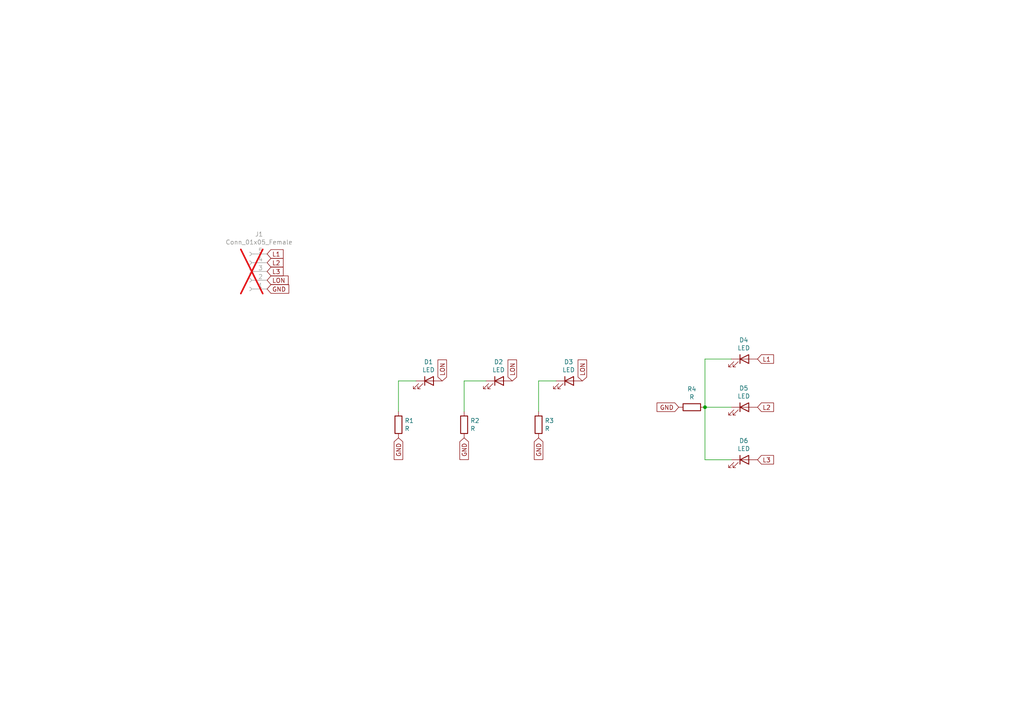
<source format=kicad_sch>
(kicad_sch (version 20231120) (generator "eeschema") (generator_version "8.0")
  (paper "A4")
  (title_block (title "TR109 - BMG Light board") (date "2021-06-25") (rev "1") (company "Skurfsoft"))
  (lib_symbols
    (symbol "Device:LED" (pin_numbers hide) (pin_names (offset 1.016) hide)
      (property "Reference" "D" (at 0 2.54 0))
      (property "Value" "LED" (at 0 -2.54 0))
      (symbol "LED_0_1"
        (polyline (pts (xy -1.27 -1.27) (xy -1.27 1.27)) (stroke (width 0.254)))
        (polyline (pts (xy -1.27 0) (xy 1.27 0)))
        (polyline (pts (xy 1.27 -1.27) (xy 1.27 1.27) (xy -1.27 0) (xy 1.27 -1.27)) (stroke (width 0.254)))
        (polyline (pts (xy -3.048 -0.762) (xy -4.572 -2.286) (xy -3.81 -2.286) (xy -4.572 -2.286) (xy -4.572 -1.524)))
        (polyline (pts (xy -1.778 -0.762) (xy -3.302 -2.286) (xy -2.54 -2.286) (xy -3.302 -2.286) (xy -3.302 -1.524)))
      )
      (symbol "LED_1_1"
        (pin passive line (at -3.81 0 0) (length 2.54) (name "K") (number "1"))
        (pin passive line (at 3.81 0 180) (length 2.54) (name "A") (number "2"))
      )
    )
    (symbol "Device:R" (pin_numbers hide) (pin_names (offset 0))
      (property "Reference" "R" (at 2.032 0 90))
      (property "Value" "R" (at 0 0 90))
      (symbol "R_0_1"
        (rectangle (start -1.016 -2.54) (end 1.016 2.54) (stroke (width 0.254)))
      )
      (symbol "R_1_1"
        (pin passive line (at 0 3.81 270) (length 1.27) (name "~") (number "1"))
        (pin passive line (at 0 -3.81 90) (length 1.27) (name "~") (number "2"))
      )
    )
    (symbol "TR109-lightboard-rescue:Conn_01x05_Female-Connector" (pin_names (offset 1.016) hide)
      (property "Reference" "J" (at 0 7.62 0))
      (property "Value" "Connector_Conn_01x05_Female" (at 0 -7.62 0))
      (symbol "Conn_01x05_Female-Connector_1_1"
        (arc (start 0 -4.572) (mid -0.508 -5.08) (end 0 -5.588) (stroke (width 0.1524)))
        (arc (start 0 -2.032) (mid -0.508 -2.54) (end 0 -3.048) (stroke (width 0.1524)))
        (polyline (pts (xy -1.27 -5.08) (xy -0.508 -5.08)) (stroke (width 0.1524)))
        (polyline (pts (xy -1.27 -2.54) (xy -0.508 -2.54)) (stroke (width 0.1524)))
        (polyline (pts (xy -1.27 0) (xy -0.508 0)) (stroke (width 0.1524)))
        (polyline (pts (xy -1.27 2.54) (xy -0.508 2.54)) (stroke (width 0.1524)))
        (polyline (pts (xy -1.27 5.08) (xy -0.508 5.08)) (stroke (width 0.1524)))
        (arc (start 0 0.508) (mid -0.508 0) (end 0 -0.508) (stroke (width 0.1524)))
        (arc (start 0 3.048) (mid -0.508 2.54) (end 0 2.032) (stroke (width 0.1524)))
        (arc (start 0 5.588) (mid -0.508 5.08) (end 0 4.572) (stroke (width 0.1524)))
        (pin passive line (at -5.08 5.08 0) (length 3.81) (name "Pin_1") (number "1"))
        (pin passive line (at -5.08 2.54 0) (length 3.81) (name "Pin_2") (number "2"))
        (pin passive line (at -5.08 0 0) (length 3.81) (name "Pin_3") (number "3"))
        (pin passive line (at -5.08 -2.54 0) (length 3.81) (name "Pin_4") (number "4"))
        (pin passive line (at -5.08 -5.08 0) (length 3.81) (name "Pin_5") (number "5"))
      )
    )
  )
  (junction (at 204.47 118.11))
  (wire (pts (xy 156.21 110.49) (xy 156.21 119.38)))
  (wire (pts (xy 212.09 133.35) (xy 204.47 133.35)))
  (wire (pts (xy 161.29 110.49) (xy 156.21 110.49)))
  (wire (pts (xy 204.47 133.35) (xy 204.47 118.11)))
  (wire (pts (xy 204.47 104.14) (xy 204.47 118.11)))
  (wire (pts (xy 212.09 118.11) (xy 204.47 118.11)))
  (wire (pts (xy 120.65 110.49) (xy 115.57 110.49)))
  (wire (pts (xy 212.09 104.14) (xy 204.47 104.14)))
  (wire (pts (xy 134.62 110.49) (xy 134.62 119.38)))
  (wire (pts (xy 115.57 110.49) (xy 115.57 119.38)))
  (wire (pts (xy 140.97 110.49) (xy 134.62 110.49)))
  (global_label "LON" (shape input) (at 148.59 110.49 90) (property "Intersheetrefs" "${INTERSHEET_REFS}" (effects (hide yes))))
  (global_label "L2" (shape input) (at 77.47 76.2 0) (property "Intersheetrefs" "${INTERSHEET_REFS}" (effects (hide yes))))
  (global_label "L3" (shape input) (at 77.47 78.74 0) (property "Intersheetrefs" "${INTERSHEET_REFS}" (effects (hide yes))))
  (global_label "GND" (shape input) (at 134.62 127 270) (property "Intersheetrefs" "${INTERSHEET_REFS}" (effects (hide yes))))
  (global_label "L3" (shape input) (at 219.71 133.35 0) (property "Intersheetrefs" "${INTERSHEET_REFS}" (effects (hide yes))))
  (global_label "LON" (shape input) (at 128.27 110.49 90) (property "Intersheetrefs" "${INTERSHEET_REFS}" (effects (hide yes))))
  (global_label "LON" (shape input) (at 168.91 110.49 90) (property "Intersheetrefs" "${INTERSHEET_REFS}" (effects (hide yes))))
  (global_label "LON" (shape input) (at 77.47 81.28 0) (property "Intersheetrefs" "${INTERSHEET_REFS}" (effects (hide yes))))
  (global_label "L2" (shape input) (at 219.71 118.11 0) (property "Intersheetrefs" "${INTERSHEET_REFS}" (effects (hide yes))))
  (global_label "GND" (shape input) (at 196.85 118.11 180) (property "Intersheetrefs" "${INTERSHEET_REFS}" (effects (hide yes))))
  (global_label "L1" (shape input) (at 219.71 104.14 0) (property "Intersheetrefs" "${INTERSHEET_REFS}" (effects (hide yes))))
  (global_label "L1" (shape input) (at 77.47 73.66 0) (property "Intersheetrefs" "${INTERSHEET_REFS}" (effects (hide yes))))
  (global_label "GND" (shape input) (at 77.47 83.82 0) (property "Intersheetrefs" "${INTERSHEET_REFS}" (effects (hide yes))))
  (global_label "GND" (shape input) (at 115.57 127 270) (property "Intersheetrefs" "${INTERSHEET_REFS}" (effects (hide yes))))
  (global_label "GND" (shape input) (at 156.21 127 270) (property "Intersheetrefs" "${INTERSHEET_REFS}" (effects (hide yes))))
  (symbol (lib_id "TR109-lightboard-rescue:Conn_01x05_Female-Connector") (at 72.39 78.74 180) (unit 1) (in_bom no) (dnp yes)
    (property "Reference" "J1" (at 75.1332 67.945 0))
    (property "Value" "Conn_01x05_Female" (at 75.1332 70.2564 0))
    (property "Footprint" "Connector_PinHeader_2.00mm:PinHeader_1x05_P2.00mm_Vertical" (effects (hide yes)))
  )
  (symbol (lib_id "Device:LED") (at 124.46 110.49 0) (unit 1)
    (property "Reference" "D1" (at 124.2822 104.9782 0))
    (property "Value" "LED" (at 124.2822 107.2896 0))
    (property "Footprint" "LED_SMD:LED_1206_3216Metric_Pad1.42x1.75mm_HandSolder" (effects (hide yes)))
    (property "Colour" "Yellow" (effects (hide yes)))
  )
  (symbol (lib_id "Device:LED") (at 144.78 110.49 0) (unit 1)
    (property "Reference" "D2" (at 144.6022 104.9782 0))
    (property "Value" "LED" (at 144.6022 107.2896 0))
    (property "Footprint" "LED_SMD:LED_1206_3216Metric_Pad1.42x1.75mm_HandSolder" (effects (hide yes)))
    (property "Colour" "Yellow" (effects (hide yes)))
  )
  (symbol (lib_id "Device:LED") (at 165.1 110.49 0) (unit 1)
    (property "Reference" "D3" (at 164.9222 104.9782 0))
    (property "Value" "LED" (at 164.9222 107.2896 0))
    (property "Footprint" "LED_SMD:LED_1206_3216Metric_Pad1.42x1.75mm_HandSolder" (effects (hide yes)))
    (property "Colour" "Yellow" (effects (hide yes)))
  )
  (symbol (lib_id "Device:LED") (at 215.9 104.14 0) (unit 1)
    (property "Reference" "D4" (at 215.7222 98.6282 0))
    (property "Value" "LED" (at 215.7222 100.9396 0))
    (property "Footprint" "LED_SMD:LED_1206_3216Metric_Pad1.42x1.75mm_HandSolder" (effects (hide yes)))
    (property "Colour" "Red" (effects (hide yes)))
  )
  (symbol (lib_id "Device:LED") (at 215.9 118.11 0) (unit 1)
    (property "Reference" "D5" (at 215.7222 112.5982 0))
    (property "Value" "LED" (at 215.7222 114.9096 0))
    (property "Footprint" "LED_SMD:LED_1206_3216Metric_Pad1.42x1.75mm_HandSolder" (effects (hide yes)))
    (property "Colour" "Green" (effects (hide yes)))
  )
  (symbol (lib_id "Device:LED") (at 215.9 133.35 0) (unit 1)
    (property "Reference" "D6" (at 215.7222 127.8382 0))
    (property "Value" "LED" (at 215.7222 130.1496 0))
    (property "Footprint" "LED_SMD:LED_1206_3216Metric_Pad1.42x1.75mm_HandSolder" (effects (hide yes)))
    (property "Colour" "Green" (effects (hide yes)))
  )
  (symbol (lib_id "Device:R") (at 200.66 118.11 270) (unit 1)
    (property "Reference" "R4" (at 200.66 112.8522 90))
    (property "Value" "R" (at 200.66 115.1636 90))
    (property "Footprint" "Resistor_SMD:R_0805_2012Metric_Pad1.20x1.40mm_HandSolder" (effects (hide yes)))
  )
  (symbol (lib_id "Device:R") (at 156.21 123.19 180) (unit 1)
    (property "Reference" "R3" (at 157.988 122.0216 0) (effects (justify right)))
    (property "Value" "R" (at 157.988 124.333 0) (effects (justify right)))
    (property "Footprint" "Resistor_SMD:R_0805_2012Metric_Pad1.20x1.40mm_HandSolder" (effects (hide yes)))
  )
  (symbol (lib_id "Device:R") (at 134.62 123.19 180) (unit 1)
    (property "Reference" "R2" (at 136.398 122.0216 0) (effects (justify right)))
    (property "Value" "R" (at 136.398 124.333 0) (effects (justify right)))
    (property "Footprint" "Resistor_SMD:R_0805_2012Metric_Pad1.20x1.40mm_HandSolder" (effects (hide yes)))
  )
  (symbol (lib_id "Device:R") (at 115.57 123.19 180) (unit 1)
    (property "Reference" "R1" (at 117.348 122.0216 0) (effects (justify right)))
    (property "Value" "R" (at 117.348 124.333 0) (effects (justify right)))
    (property "Footprint" "Resistor_SMD:R_0805_2012Metric_Pad1.20x1.40mm_HandSolder" (effects (hide yes)))
  )
)
</source>
